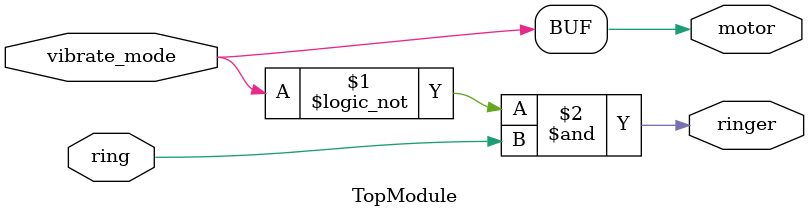
<source format=sv>

module TopModule (
  input ring,
  input vibrate_mode,
  output ringer,
  output motor
);

// Assignments based on the problem requirements
assign motor = vibrate_mode;
assign ringer = !vibrate_mode & ring;

endmodule

// VERILOG-EVAL: errant inclusion of module definition

</source>
